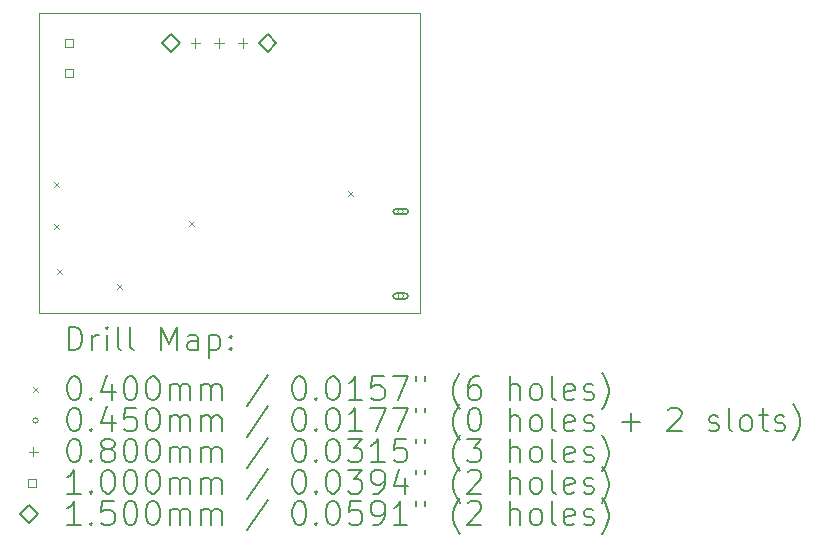
<source format=gbr>
%TF.GenerationSoftware,KiCad,Pcbnew,(6.0.10)*%
%TF.CreationDate,2023-02-04T18:20:22-05:00*%
%TF.ProjectId,lipo_charger,6c69706f-5f63-4686-9172-6765722e6b69,rev?*%
%TF.SameCoordinates,Original*%
%TF.FileFunction,Drillmap*%
%TF.FilePolarity,Positive*%
%FSLAX45Y45*%
G04 Gerber Fmt 4.5, Leading zero omitted, Abs format (unit mm)*
G04 Created by KiCad (PCBNEW (6.0.10)) date 2023-02-04 18:20:22*
%MOMM*%
%LPD*%
G01*
G04 APERTURE LIST*
%ADD10C,0.100000*%
%ADD11C,0.200000*%
%ADD12C,0.040000*%
%ADD13C,0.045000*%
%ADD14C,0.080000*%
%ADD15C,0.150000*%
G04 APERTURE END LIST*
D10*
X16510000Y-10160000D02*
X16510000Y-12700000D01*
X13284200Y-12700000D02*
X15494000Y-12700000D01*
X16510000Y-12700000D02*
X15494000Y-12700000D01*
X15240000Y-10160000D02*
X13284200Y-10160000D01*
X16510000Y-10160000D02*
X15240000Y-10160000D01*
X13284200Y-10160000D02*
X13284200Y-12700000D01*
D11*
D12*
X13416600Y-11587800D02*
X13456600Y-11627800D01*
X13456600Y-11587800D02*
X13416600Y-11627800D01*
X13416600Y-11943400D02*
X13456600Y-11983400D01*
X13456600Y-11943400D02*
X13416600Y-11983400D01*
X13442000Y-12324400D02*
X13482000Y-12364400D01*
X13482000Y-12324400D02*
X13442000Y-12364400D01*
X13950000Y-12451400D02*
X13990000Y-12491400D01*
X13990000Y-12451400D02*
X13950000Y-12491400D01*
X14559600Y-11918000D02*
X14599600Y-11958000D01*
X14599600Y-11918000D02*
X14559600Y-11958000D01*
X15905800Y-11664000D02*
X15945800Y-11704000D01*
X15945800Y-11664000D02*
X15905800Y-11704000D01*
D13*
X16370500Y-11840500D02*
G75*
G03*
X16370500Y-11840500I-22500J0D01*
G01*
D11*
X16308000Y-11863000D02*
X16388000Y-11863000D01*
X16308000Y-11818000D02*
X16388000Y-11818000D01*
X16388000Y-11863000D02*
G75*
G03*
X16388000Y-11818000I0J22500D01*
G01*
X16308000Y-11818000D02*
G75*
G03*
X16308000Y-11863000I0J-22500D01*
G01*
D13*
X16370500Y-12555500D02*
G75*
G03*
X16370500Y-12555500I-22500J0D01*
G01*
D11*
X16388000Y-12533000D02*
X16308000Y-12533000D01*
X16388000Y-12578000D02*
X16308000Y-12578000D01*
X16308000Y-12533000D02*
G75*
G03*
X16308000Y-12578000I0J-22500D01*
G01*
X16388000Y-12578000D02*
G75*
G03*
X16388000Y-12533000I0J22500D01*
G01*
D14*
X14611400Y-10374000D02*
X14611400Y-10454000D01*
X14571400Y-10414000D02*
X14651400Y-10414000D01*
X14811400Y-10374000D02*
X14811400Y-10454000D01*
X14771400Y-10414000D02*
X14851400Y-10414000D01*
X15011400Y-10374000D02*
X15011400Y-10454000D01*
X14971400Y-10414000D02*
X15051400Y-10414000D01*
D10*
X13573556Y-10449356D02*
X13573556Y-10378644D01*
X13502844Y-10378644D01*
X13502844Y-10449356D01*
X13573556Y-10449356D01*
X13573556Y-10703356D02*
X13573556Y-10632644D01*
X13502844Y-10632644D01*
X13502844Y-10703356D01*
X13573556Y-10703356D01*
D15*
X14401400Y-10489000D02*
X14476400Y-10414000D01*
X14401400Y-10339000D01*
X14326400Y-10414000D01*
X14401400Y-10489000D01*
X15221400Y-10489000D02*
X15296400Y-10414000D01*
X15221400Y-10339000D01*
X15146400Y-10414000D01*
X15221400Y-10489000D01*
D11*
X13536819Y-13015476D02*
X13536819Y-12815476D01*
X13584438Y-12815476D01*
X13613009Y-12825000D01*
X13632057Y-12844048D01*
X13641581Y-12863095D01*
X13651105Y-12901190D01*
X13651105Y-12929762D01*
X13641581Y-12967857D01*
X13632057Y-12986905D01*
X13613009Y-13005952D01*
X13584438Y-13015476D01*
X13536819Y-13015476D01*
X13736819Y-13015476D02*
X13736819Y-12882143D01*
X13736819Y-12920238D02*
X13746343Y-12901190D01*
X13755867Y-12891667D01*
X13774914Y-12882143D01*
X13793962Y-12882143D01*
X13860628Y-13015476D02*
X13860628Y-12882143D01*
X13860628Y-12815476D02*
X13851105Y-12825000D01*
X13860628Y-12834524D01*
X13870152Y-12825000D01*
X13860628Y-12815476D01*
X13860628Y-12834524D01*
X13984438Y-13015476D02*
X13965390Y-13005952D01*
X13955867Y-12986905D01*
X13955867Y-12815476D01*
X14089200Y-13015476D02*
X14070152Y-13005952D01*
X14060628Y-12986905D01*
X14060628Y-12815476D01*
X14317771Y-13015476D02*
X14317771Y-12815476D01*
X14384438Y-12958333D01*
X14451105Y-12815476D01*
X14451105Y-13015476D01*
X14632057Y-13015476D02*
X14632057Y-12910714D01*
X14622533Y-12891667D01*
X14603486Y-12882143D01*
X14565390Y-12882143D01*
X14546343Y-12891667D01*
X14632057Y-13005952D02*
X14613009Y-13015476D01*
X14565390Y-13015476D01*
X14546343Y-13005952D01*
X14536819Y-12986905D01*
X14536819Y-12967857D01*
X14546343Y-12948809D01*
X14565390Y-12939286D01*
X14613009Y-12939286D01*
X14632057Y-12929762D01*
X14727295Y-12882143D02*
X14727295Y-13082143D01*
X14727295Y-12891667D02*
X14746343Y-12882143D01*
X14784438Y-12882143D01*
X14803486Y-12891667D01*
X14813009Y-12901190D01*
X14822533Y-12920238D01*
X14822533Y-12977381D01*
X14813009Y-12996428D01*
X14803486Y-13005952D01*
X14784438Y-13015476D01*
X14746343Y-13015476D01*
X14727295Y-13005952D01*
X14908248Y-12996428D02*
X14917771Y-13005952D01*
X14908248Y-13015476D01*
X14898724Y-13005952D01*
X14908248Y-12996428D01*
X14908248Y-13015476D01*
X14908248Y-12891667D02*
X14917771Y-12901190D01*
X14908248Y-12910714D01*
X14898724Y-12901190D01*
X14908248Y-12891667D01*
X14908248Y-12910714D01*
D12*
X13239200Y-13325000D02*
X13279200Y-13365000D01*
X13279200Y-13325000D02*
X13239200Y-13365000D01*
D11*
X13574914Y-13235476D02*
X13593962Y-13235476D01*
X13613009Y-13245000D01*
X13622533Y-13254524D01*
X13632057Y-13273571D01*
X13641581Y-13311667D01*
X13641581Y-13359286D01*
X13632057Y-13397381D01*
X13622533Y-13416428D01*
X13613009Y-13425952D01*
X13593962Y-13435476D01*
X13574914Y-13435476D01*
X13555867Y-13425952D01*
X13546343Y-13416428D01*
X13536819Y-13397381D01*
X13527295Y-13359286D01*
X13527295Y-13311667D01*
X13536819Y-13273571D01*
X13546343Y-13254524D01*
X13555867Y-13245000D01*
X13574914Y-13235476D01*
X13727295Y-13416428D02*
X13736819Y-13425952D01*
X13727295Y-13435476D01*
X13717771Y-13425952D01*
X13727295Y-13416428D01*
X13727295Y-13435476D01*
X13908248Y-13302143D02*
X13908248Y-13435476D01*
X13860628Y-13225952D02*
X13813009Y-13368809D01*
X13936819Y-13368809D01*
X14051105Y-13235476D02*
X14070152Y-13235476D01*
X14089200Y-13245000D01*
X14098724Y-13254524D01*
X14108248Y-13273571D01*
X14117771Y-13311667D01*
X14117771Y-13359286D01*
X14108248Y-13397381D01*
X14098724Y-13416428D01*
X14089200Y-13425952D01*
X14070152Y-13435476D01*
X14051105Y-13435476D01*
X14032057Y-13425952D01*
X14022533Y-13416428D01*
X14013009Y-13397381D01*
X14003486Y-13359286D01*
X14003486Y-13311667D01*
X14013009Y-13273571D01*
X14022533Y-13254524D01*
X14032057Y-13245000D01*
X14051105Y-13235476D01*
X14241581Y-13235476D02*
X14260628Y-13235476D01*
X14279676Y-13245000D01*
X14289200Y-13254524D01*
X14298724Y-13273571D01*
X14308248Y-13311667D01*
X14308248Y-13359286D01*
X14298724Y-13397381D01*
X14289200Y-13416428D01*
X14279676Y-13425952D01*
X14260628Y-13435476D01*
X14241581Y-13435476D01*
X14222533Y-13425952D01*
X14213009Y-13416428D01*
X14203486Y-13397381D01*
X14193962Y-13359286D01*
X14193962Y-13311667D01*
X14203486Y-13273571D01*
X14213009Y-13254524D01*
X14222533Y-13245000D01*
X14241581Y-13235476D01*
X14393962Y-13435476D02*
X14393962Y-13302143D01*
X14393962Y-13321190D02*
X14403486Y-13311667D01*
X14422533Y-13302143D01*
X14451105Y-13302143D01*
X14470152Y-13311667D01*
X14479676Y-13330714D01*
X14479676Y-13435476D01*
X14479676Y-13330714D02*
X14489200Y-13311667D01*
X14508248Y-13302143D01*
X14536819Y-13302143D01*
X14555867Y-13311667D01*
X14565390Y-13330714D01*
X14565390Y-13435476D01*
X14660628Y-13435476D02*
X14660628Y-13302143D01*
X14660628Y-13321190D02*
X14670152Y-13311667D01*
X14689200Y-13302143D01*
X14717771Y-13302143D01*
X14736819Y-13311667D01*
X14746343Y-13330714D01*
X14746343Y-13435476D01*
X14746343Y-13330714D02*
X14755867Y-13311667D01*
X14774914Y-13302143D01*
X14803486Y-13302143D01*
X14822533Y-13311667D01*
X14832057Y-13330714D01*
X14832057Y-13435476D01*
X15222533Y-13225952D02*
X15051105Y-13483095D01*
X15479676Y-13235476D02*
X15498724Y-13235476D01*
X15517771Y-13245000D01*
X15527295Y-13254524D01*
X15536819Y-13273571D01*
X15546343Y-13311667D01*
X15546343Y-13359286D01*
X15536819Y-13397381D01*
X15527295Y-13416428D01*
X15517771Y-13425952D01*
X15498724Y-13435476D01*
X15479676Y-13435476D01*
X15460628Y-13425952D01*
X15451105Y-13416428D01*
X15441581Y-13397381D01*
X15432057Y-13359286D01*
X15432057Y-13311667D01*
X15441581Y-13273571D01*
X15451105Y-13254524D01*
X15460628Y-13245000D01*
X15479676Y-13235476D01*
X15632057Y-13416428D02*
X15641581Y-13425952D01*
X15632057Y-13435476D01*
X15622533Y-13425952D01*
X15632057Y-13416428D01*
X15632057Y-13435476D01*
X15765390Y-13235476D02*
X15784438Y-13235476D01*
X15803486Y-13245000D01*
X15813009Y-13254524D01*
X15822533Y-13273571D01*
X15832057Y-13311667D01*
X15832057Y-13359286D01*
X15822533Y-13397381D01*
X15813009Y-13416428D01*
X15803486Y-13425952D01*
X15784438Y-13435476D01*
X15765390Y-13435476D01*
X15746343Y-13425952D01*
X15736819Y-13416428D01*
X15727295Y-13397381D01*
X15717771Y-13359286D01*
X15717771Y-13311667D01*
X15727295Y-13273571D01*
X15736819Y-13254524D01*
X15746343Y-13245000D01*
X15765390Y-13235476D01*
X16022533Y-13435476D02*
X15908248Y-13435476D01*
X15965390Y-13435476D02*
X15965390Y-13235476D01*
X15946343Y-13264048D01*
X15927295Y-13283095D01*
X15908248Y-13292619D01*
X16203486Y-13235476D02*
X16108248Y-13235476D01*
X16098724Y-13330714D01*
X16108248Y-13321190D01*
X16127295Y-13311667D01*
X16174914Y-13311667D01*
X16193962Y-13321190D01*
X16203486Y-13330714D01*
X16213009Y-13349762D01*
X16213009Y-13397381D01*
X16203486Y-13416428D01*
X16193962Y-13425952D01*
X16174914Y-13435476D01*
X16127295Y-13435476D01*
X16108248Y-13425952D01*
X16098724Y-13416428D01*
X16279676Y-13235476D02*
X16413009Y-13235476D01*
X16327295Y-13435476D01*
X16479676Y-13235476D02*
X16479676Y-13273571D01*
X16555867Y-13235476D02*
X16555867Y-13273571D01*
X16851105Y-13511667D02*
X16841581Y-13502143D01*
X16822533Y-13473571D01*
X16813010Y-13454524D01*
X16803486Y-13425952D01*
X16793962Y-13378333D01*
X16793962Y-13340238D01*
X16803486Y-13292619D01*
X16813010Y-13264048D01*
X16822533Y-13245000D01*
X16841581Y-13216428D01*
X16851105Y-13206905D01*
X17013010Y-13235476D02*
X16974914Y-13235476D01*
X16955867Y-13245000D01*
X16946343Y-13254524D01*
X16927295Y-13283095D01*
X16917771Y-13321190D01*
X16917771Y-13397381D01*
X16927295Y-13416428D01*
X16936819Y-13425952D01*
X16955867Y-13435476D01*
X16993962Y-13435476D01*
X17013010Y-13425952D01*
X17022533Y-13416428D01*
X17032057Y-13397381D01*
X17032057Y-13349762D01*
X17022533Y-13330714D01*
X17013010Y-13321190D01*
X16993962Y-13311667D01*
X16955867Y-13311667D01*
X16936819Y-13321190D01*
X16927295Y-13330714D01*
X16917771Y-13349762D01*
X17270152Y-13435476D02*
X17270152Y-13235476D01*
X17355867Y-13435476D02*
X17355867Y-13330714D01*
X17346343Y-13311667D01*
X17327295Y-13302143D01*
X17298724Y-13302143D01*
X17279676Y-13311667D01*
X17270152Y-13321190D01*
X17479676Y-13435476D02*
X17460629Y-13425952D01*
X17451105Y-13416428D01*
X17441581Y-13397381D01*
X17441581Y-13340238D01*
X17451105Y-13321190D01*
X17460629Y-13311667D01*
X17479676Y-13302143D01*
X17508248Y-13302143D01*
X17527295Y-13311667D01*
X17536819Y-13321190D01*
X17546343Y-13340238D01*
X17546343Y-13397381D01*
X17536819Y-13416428D01*
X17527295Y-13425952D01*
X17508248Y-13435476D01*
X17479676Y-13435476D01*
X17660629Y-13435476D02*
X17641581Y-13425952D01*
X17632057Y-13406905D01*
X17632057Y-13235476D01*
X17813010Y-13425952D02*
X17793962Y-13435476D01*
X17755867Y-13435476D01*
X17736819Y-13425952D01*
X17727295Y-13406905D01*
X17727295Y-13330714D01*
X17736819Y-13311667D01*
X17755867Y-13302143D01*
X17793962Y-13302143D01*
X17813010Y-13311667D01*
X17822533Y-13330714D01*
X17822533Y-13349762D01*
X17727295Y-13368809D01*
X17898724Y-13425952D02*
X17917771Y-13435476D01*
X17955867Y-13435476D01*
X17974914Y-13425952D01*
X17984438Y-13406905D01*
X17984438Y-13397381D01*
X17974914Y-13378333D01*
X17955867Y-13368809D01*
X17927295Y-13368809D01*
X17908248Y-13359286D01*
X17898724Y-13340238D01*
X17898724Y-13330714D01*
X17908248Y-13311667D01*
X17927295Y-13302143D01*
X17955867Y-13302143D01*
X17974914Y-13311667D01*
X18051105Y-13511667D02*
X18060629Y-13502143D01*
X18079676Y-13473571D01*
X18089200Y-13454524D01*
X18098724Y-13425952D01*
X18108248Y-13378333D01*
X18108248Y-13340238D01*
X18098724Y-13292619D01*
X18089200Y-13264048D01*
X18079676Y-13245000D01*
X18060629Y-13216428D01*
X18051105Y-13206905D01*
D13*
X13279200Y-13609000D02*
G75*
G03*
X13279200Y-13609000I-22500J0D01*
G01*
D11*
X13574914Y-13499476D02*
X13593962Y-13499476D01*
X13613009Y-13509000D01*
X13622533Y-13518524D01*
X13632057Y-13537571D01*
X13641581Y-13575667D01*
X13641581Y-13623286D01*
X13632057Y-13661381D01*
X13622533Y-13680428D01*
X13613009Y-13689952D01*
X13593962Y-13699476D01*
X13574914Y-13699476D01*
X13555867Y-13689952D01*
X13546343Y-13680428D01*
X13536819Y-13661381D01*
X13527295Y-13623286D01*
X13527295Y-13575667D01*
X13536819Y-13537571D01*
X13546343Y-13518524D01*
X13555867Y-13509000D01*
X13574914Y-13499476D01*
X13727295Y-13680428D02*
X13736819Y-13689952D01*
X13727295Y-13699476D01*
X13717771Y-13689952D01*
X13727295Y-13680428D01*
X13727295Y-13699476D01*
X13908248Y-13566143D02*
X13908248Y-13699476D01*
X13860628Y-13489952D02*
X13813009Y-13632809D01*
X13936819Y-13632809D01*
X14108248Y-13499476D02*
X14013009Y-13499476D01*
X14003486Y-13594714D01*
X14013009Y-13585190D01*
X14032057Y-13575667D01*
X14079676Y-13575667D01*
X14098724Y-13585190D01*
X14108248Y-13594714D01*
X14117771Y-13613762D01*
X14117771Y-13661381D01*
X14108248Y-13680428D01*
X14098724Y-13689952D01*
X14079676Y-13699476D01*
X14032057Y-13699476D01*
X14013009Y-13689952D01*
X14003486Y-13680428D01*
X14241581Y-13499476D02*
X14260628Y-13499476D01*
X14279676Y-13509000D01*
X14289200Y-13518524D01*
X14298724Y-13537571D01*
X14308248Y-13575667D01*
X14308248Y-13623286D01*
X14298724Y-13661381D01*
X14289200Y-13680428D01*
X14279676Y-13689952D01*
X14260628Y-13699476D01*
X14241581Y-13699476D01*
X14222533Y-13689952D01*
X14213009Y-13680428D01*
X14203486Y-13661381D01*
X14193962Y-13623286D01*
X14193962Y-13575667D01*
X14203486Y-13537571D01*
X14213009Y-13518524D01*
X14222533Y-13509000D01*
X14241581Y-13499476D01*
X14393962Y-13699476D02*
X14393962Y-13566143D01*
X14393962Y-13585190D02*
X14403486Y-13575667D01*
X14422533Y-13566143D01*
X14451105Y-13566143D01*
X14470152Y-13575667D01*
X14479676Y-13594714D01*
X14479676Y-13699476D01*
X14479676Y-13594714D02*
X14489200Y-13575667D01*
X14508248Y-13566143D01*
X14536819Y-13566143D01*
X14555867Y-13575667D01*
X14565390Y-13594714D01*
X14565390Y-13699476D01*
X14660628Y-13699476D02*
X14660628Y-13566143D01*
X14660628Y-13585190D02*
X14670152Y-13575667D01*
X14689200Y-13566143D01*
X14717771Y-13566143D01*
X14736819Y-13575667D01*
X14746343Y-13594714D01*
X14746343Y-13699476D01*
X14746343Y-13594714D02*
X14755867Y-13575667D01*
X14774914Y-13566143D01*
X14803486Y-13566143D01*
X14822533Y-13575667D01*
X14832057Y-13594714D01*
X14832057Y-13699476D01*
X15222533Y-13489952D02*
X15051105Y-13747095D01*
X15479676Y-13499476D02*
X15498724Y-13499476D01*
X15517771Y-13509000D01*
X15527295Y-13518524D01*
X15536819Y-13537571D01*
X15546343Y-13575667D01*
X15546343Y-13623286D01*
X15536819Y-13661381D01*
X15527295Y-13680428D01*
X15517771Y-13689952D01*
X15498724Y-13699476D01*
X15479676Y-13699476D01*
X15460628Y-13689952D01*
X15451105Y-13680428D01*
X15441581Y-13661381D01*
X15432057Y-13623286D01*
X15432057Y-13575667D01*
X15441581Y-13537571D01*
X15451105Y-13518524D01*
X15460628Y-13509000D01*
X15479676Y-13499476D01*
X15632057Y-13680428D02*
X15641581Y-13689952D01*
X15632057Y-13699476D01*
X15622533Y-13689952D01*
X15632057Y-13680428D01*
X15632057Y-13699476D01*
X15765390Y-13499476D02*
X15784438Y-13499476D01*
X15803486Y-13509000D01*
X15813009Y-13518524D01*
X15822533Y-13537571D01*
X15832057Y-13575667D01*
X15832057Y-13623286D01*
X15822533Y-13661381D01*
X15813009Y-13680428D01*
X15803486Y-13689952D01*
X15784438Y-13699476D01*
X15765390Y-13699476D01*
X15746343Y-13689952D01*
X15736819Y-13680428D01*
X15727295Y-13661381D01*
X15717771Y-13623286D01*
X15717771Y-13575667D01*
X15727295Y-13537571D01*
X15736819Y-13518524D01*
X15746343Y-13509000D01*
X15765390Y-13499476D01*
X16022533Y-13699476D02*
X15908248Y-13699476D01*
X15965390Y-13699476D02*
X15965390Y-13499476D01*
X15946343Y-13528048D01*
X15927295Y-13547095D01*
X15908248Y-13556619D01*
X16089200Y-13499476D02*
X16222533Y-13499476D01*
X16136819Y-13699476D01*
X16279676Y-13499476D02*
X16413009Y-13499476D01*
X16327295Y-13699476D01*
X16479676Y-13499476D02*
X16479676Y-13537571D01*
X16555867Y-13499476D02*
X16555867Y-13537571D01*
X16851105Y-13775667D02*
X16841581Y-13766143D01*
X16822533Y-13737571D01*
X16813010Y-13718524D01*
X16803486Y-13689952D01*
X16793962Y-13642333D01*
X16793962Y-13604238D01*
X16803486Y-13556619D01*
X16813010Y-13528048D01*
X16822533Y-13509000D01*
X16841581Y-13480428D01*
X16851105Y-13470905D01*
X16965390Y-13499476D02*
X16984438Y-13499476D01*
X17003486Y-13509000D01*
X17013010Y-13518524D01*
X17022533Y-13537571D01*
X17032057Y-13575667D01*
X17032057Y-13623286D01*
X17022533Y-13661381D01*
X17013010Y-13680428D01*
X17003486Y-13689952D01*
X16984438Y-13699476D01*
X16965390Y-13699476D01*
X16946343Y-13689952D01*
X16936819Y-13680428D01*
X16927295Y-13661381D01*
X16917771Y-13623286D01*
X16917771Y-13575667D01*
X16927295Y-13537571D01*
X16936819Y-13518524D01*
X16946343Y-13509000D01*
X16965390Y-13499476D01*
X17270152Y-13699476D02*
X17270152Y-13499476D01*
X17355867Y-13699476D02*
X17355867Y-13594714D01*
X17346343Y-13575667D01*
X17327295Y-13566143D01*
X17298724Y-13566143D01*
X17279676Y-13575667D01*
X17270152Y-13585190D01*
X17479676Y-13699476D02*
X17460629Y-13689952D01*
X17451105Y-13680428D01*
X17441581Y-13661381D01*
X17441581Y-13604238D01*
X17451105Y-13585190D01*
X17460629Y-13575667D01*
X17479676Y-13566143D01*
X17508248Y-13566143D01*
X17527295Y-13575667D01*
X17536819Y-13585190D01*
X17546343Y-13604238D01*
X17546343Y-13661381D01*
X17536819Y-13680428D01*
X17527295Y-13689952D01*
X17508248Y-13699476D01*
X17479676Y-13699476D01*
X17660629Y-13699476D02*
X17641581Y-13689952D01*
X17632057Y-13670905D01*
X17632057Y-13499476D01*
X17813010Y-13689952D02*
X17793962Y-13699476D01*
X17755867Y-13699476D01*
X17736819Y-13689952D01*
X17727295Y-13670905D01*
X17727295Y-13594714D01*
X17736819Y-13575667D01*
X17755867Y-13566143D01*
X17793962Y-13566143D01*
X17813010Y-13575667D01*
X17822533Y-13594714D01*
X17822533Y-13613762D01*
X17727295Y-13632809D01*
X17898724Y-13689952D02*
X17917771Y-13699476D01*
X17955867Y-13699476D01*
X17974914Y-13689952D01*
X17984438Y-13670905D01*
X17984438Y-13661381D01*
X17974914Y-13642333D01*
X17955867Y-13632809D01*
X17927295Y-13632809D01*
X17908248Y-13623286D01*
X17898724Y-13604238D01*
X17898724Y-13594714D01*
X17908248Y-13575667D01*
X17927295Y-13566143D01*
X17955867Y-13566143D01*
X17974914Y-13575667D01*
X18222533Y-13623286D02*
X18374914Y-13623286D01*
X18298724Y-13699476D02*
X18298724Y-13547095D01*
X18613010Y-13518524D02*
X18622533Y-13509000D01*
X18641581Y-13499476D01*
X18689200Y-13499476D01*
X18708248Y-13509000D01*
X18717771Y-13518524D01*
X18727295Y-13537571D01*
X18727295Y-13556619D01*
X18717771Y-13585190D01*
X18603486Y-13699476D01*
X18727295Y-13699476D01*
X18955867Y-13689952D02*
X18974914Y-13699476D01*
X19013010Y-13699476D01*
X19032057Y-13689952D01*
X19041581Y-13670905D01*
X19041581Y-13661381D01*
X19032057Y-13642333D01*
X19013010Y-13632809D01*
X18984438Y-13632809D01*
X18965390Y-13623286D01*
X18955867Y-13604238D01*
X18955867Y-13594714D01*
X18965390Y-13575667D01*
X18984438Y-13566143D01*
X19013010Y-13566143D01*
X19032057Y-13575667D01*
X19155867Y-13699476D02*
X19136819Y-13689952D01*
X19127295Y-13670905D01*
X19127295Y-13499476D01*
X19260629Y-13699476D02*
X19241581Y-13689952D01*
X19232057Y-13680428D01*
X19222533Y-13661381D01*
X19222533Y-13604238D01*
X19232057Y-13585190D01*
X19241581Y-13575667D01*
X19260629Y-13566143D01*
X19289200Y-13566143D01*
X19308248Y-13575667D01*
X19317771Y-13585190D01*
X19327295Y-13604238D01*
X19327295Y-13661381D01*
X19317771Y-13680428D01*
X19308248Y-13689952D01*
X19289200Y-13699476D01*
X19260629Y-13699476D01*
X19384438Y-13566143D02*
X19460629Y-13566143D01*
X19413010Y-13499476D02*
X19413010Y-13670905D01*
X19422533Y-13689952D01*
X19441581Y-13699476D01*
X19460629Y-13699476D01*
X19517771Y-13689952D02*
X19536819Y-13699476D01*
X19574914Y-13699476D01*
X19593962Y-13689952D01*
X19603486Y-13670905D01*
X19603486Y-13661381D01*
X19593962Y-13642333D01*
X19574914Y-13632809D01*
X19546343Y-13632809D01*
X19527295Y-13623286D01*
X19517771Y-13604238D01*
X19517771Y-13594714D01*
X19527295Y-13575667D01*
X19546343Y-13566143D01*
X19574914Y-13566143D01*
X19593962Y-13575667D01*
X19670152Y-13775667D02*
X19679676Y-13766143D01*
X19698724Y-13737571D01*
X19708248Y-13718524D01*
X19717771Y-13689952D01*
X19727295Y-13642333D01*
X19727295Y-13604238D01*
X19717771Y-13556619D01*
X19708248Y-13528048D01*
X19698724Y-13509000D01*
X19679676Y-13480428D01*
X19670152Y-13470905D01*
D14*
X13239200Y-13833000D02*
X13239200Y-13913000D01*
X13199200Y-13873000D02*
X13279200Y-13873000D01*
D11*
X13574914Y-13763476D02*
X13593962Y-13763476D01*
X13613009Y-13773000D01*
X13622533Y-13782524D01*
X13632057Y-13801571D01*
X13641581Y-13839667D01*
X13641581Y-13887286D01*
X13632057Y-13925381D01*
X13622533Y-13944428D01*
X13613009Y-13953952D01*
X13593962Y-13963476D01*
X13574914Y-13963476D01*
X13555867Y-13953952D01*
X13546343Y-13944428D01*
X13536819Y-13925381D01*
X13527295Y-13887286D01*
X13527295Y-13839667D01*
X13536819Y-13801571D01*
X13546343Y-13782524D01*
X13555867Y-13773000D01*
X13574914Y-13763476D01*
X13727295Y-13944428D02*
X13736819Y-13953952D01*
X13727295Y-13963476D01*
X13717771Y-13953952D01*
X13727295Y-13944428D01*
X13727295Y-13963476D01*
X13851105Y-13849190D02*
X13832057Y-13839667D01*
X13822533Y-13830143D01*
X13813009Y-13811095D01*
X13813009Y-13801571D01*
X13822533Y-13782524D01*
X13832057Y-13773000D01*
X13851105Y-13763476D01*
X13889200Y-13763476D01*
X13908248Y-13773000D01*
X13917771Y-13782524D01*
X13927295Y-13801571D01*
X13927295Y-13811095D01*
X13917771Y-13830143D01*
X13908248Y-13839667D01*
X13889200Y-13849190D01*
X13851105Y-13849190D01*
X13832057Y-13858714D01*
X13822533Y-13868238D01*
X13813009Y-13887286D01*
X13813009Y-13925381D01*
X13822533Y-13944428D01*
X13832057Y-13953952D01*
X13851105Y-13963476D01*
X13889200Y-13963476D01*
X13908248Y-13953952D01*
X13917771Y-13944428D01*
X13927295Y-13925381D01*
X13927295Y-13887286D01*
X13917771Y-13868238D01*
X13908248Y-13858714D01*
X13889200Y-13849190D01*
X14051105Y-13763476D02*
X14070152Y-13763476D01*
X14089200Y-13773000D01*
X14098724Y-13782524D01*
X14108248Y-13801571D01*
X14117771Y-13839667D01*
X14117771Y-13887286D01*
X14108248Y-13925381D01*
X14098724Y-13944428D01*
X14089200Y-13953952D01*
X14070152Y-13963476D01*
X14051105Y-13963476D01*
X14032057Y-13953952D01*
X14022533Y-13944428D01*
X14013009Y-13925381D01*
X14003486Y-13887286D01*
X14003486Y-13839667D01*
X14013009Y-13801571D01*
X14022533Y-13782524D01*
X14032057Y-13773000D01*
X14051105Y-13763476D01*
X14241581Y-13763476D02*
X14260628Y-13763476D01*
X14279676Y-13773000D01*
X14289200Y-13782524D01*
X14298724Y-13801571D01*
X14308248Y-13839667D01*
X14308248Y-13887286D01*
X14298724Y-13925381D01*
X14289200Y-13944428D01*
X14279676Y-13953952D01*
X14260628Y-13963476D01*
X14241581Y-13963476D01*
X14222533Y-13953952D01*
X14213009Y-13944428D01*
X14203486Y-13925381D01*
X14193962Y-13887286D01*
X14193962Y-13839667D01*
X14203486Y-13801571D01*
X14213009Y-13782524D01*
X14222533Y-13773000D01*
X14241581Y-13763476D01*
X14393962Y-13963476D02*
X14393962Y-13830143D01*
X14393962Y-13849190D02*
X14403486Y-13839667D01*
X14422533Y-13830143D01*
X14451105Y-13830143D01*
X14470152Y-13839667D01*
X14479676Y-13858714D01*
X14479676Y-13963476D01*
X14479676Y-13858714D02*
X14489200Y-13839667D01*
X14508248Y-13830143D01*
X14536819Y-13830143D01*
X14555867Y-13839667D01*
X14565390Y-13858714D01*
X14565390Y-13963476D01*
X14660628Y-13963476D02*
X14660628Y-13830143D01*
X14660628Y-13849190D02*
X14670152Y-13839667D01*
X14689200Y-13830143D01*
X14717771Y-13830143D01*
X14736819Y-13839667D01*
X14746343Y-13858714D01*
X14746343Y-13963476D01*
X14746343Y-13858714D02*
X14755867Y-13839667D01*
X14774914Y-13830143D01*
X14803486Y-13830143D01*
X14822533Y-13839667D01*
X14832057Y-13858714D01*
X14832057Y-13963476D01*
X15222533Y-13753952D02*
X15051105Y-14011095D01*
X15479676Y-13763476D02*
X15498724Y-13763476D01*
X15517771Y-13773000D01*
X15527295Y-13782524D01*
X15536819Y-13801571D01*
X15546343Y-13839667D01*
X15546343Y-13887286D01*
X15536819Y-13925381D01*
X15527295Y-13944428D01*
X15517771Y-13953952D01*
X15498724Y-13963476D01*
X15479676Y-13963476D01*
X15460628Y-13953952D01*
X15451105Y-13944428D01*
X15441581Y-13925381D01*
X15432057Y-13887286D01*
X15432057Y-13839667D01*
X15441581Y-13801571D01*
X15451105Y-13782524D01*
X15460628Y-13773000D01*
X15479676Y-13763476D01*
X15632057Y-13944428D02*
X15641581Y-13953952D01*
X15632057Y-13963476D01*
X15622533Y-13953952D01*
X15632057Y-13944428D01*
X15632057Y-13963476D01*
X15765390Y-13763476D02*
X15784438Y-13763476D01*
X15803486Y-13773000D01*
X15813009Y-13782524D01*
X15822533Y-13801571D01*
X15832057Y-13839667D01*
X15832057Y-13887286D01*
X15822533Y-13925381D01*
X15813009Y-13944428D01*
X15803486Y-13953952D01*
X15784438Y-13963476D01*
X15765390Y-13963476D01*
X15746343Y-13953952D01*
X15736819Y-13944428D01*
X15727295Y-13925381D01*
X15717771Y-13887286D01*
X15717771Y-13839667D01*
X15727295Y-13801571D01*
X15736819Y-13782524D01*
X15746343Y-13773000D01*
X15765390Y-13763476D01*
X15898724Y-13763476D02*
X16022533Y-13763476D01*
X15955867Y-13839667D01*
X15984438Y-13839667D01*
X16003486Y-13849190D01*
X16013009Y-13858714D01*
X16022533Y-13877762D01*
X16022533Y-13925381D01*
X16013009Y-13944428D01*
X16003486Y-13953952D01*
X15984438Y-13963476D01*
X15927295Y-13963476D01*
X15908248Y-13953952D01*
X15898724Y-13944428D01*
X16213009Y-13963476D02*
X16098724Y-13963476D01*
X16155867Y-13963476D02*
X16155867Y-13763476D01*
X16136819Y-13792048D01*
X16117771Y-13811095D01*
X16098724Y-13820619D01*
X16393962Y-13763476D02*
X16298724Y-13763476D01*
X16289200Y-13858714D01*
X16298724Y-13849190D01*
X16317771Y-13839667D01*
X16365390Y-13839667D01*
X16384438Y-13849190D01*
X16393962Y-13858714D01*
X16403486Y-13877762D01*
X16403486Y-13925381D01*
X16393962Y-13944428D01*
X16384438Y-13953952D01*
X16365390Y-13963476D01*
X16317771Y-13963476D01*
X16298724Y-13953952D01*
X16289200Y-13944428D01*
X16479676Y-13763476D02*
X16479676Y-13801571D01*
X16555867Y-13763476D02*
X16555867Y-13801571D01*
X16851105Y-14039667D02*
X16841581Y-14030143D01*
X16822533Y-14001571D01*
X16813010Y-13982524D01*
X16803486Y-13953952D01*
X16793962Y-13906333D01*
X16793962Y-13868238D01*
X16803486Y-13820619D01*
X16813010Y-13792048D01*
X16822533Y-13773000D01*
X16841581Y-13744428D01*
X16851105Y-13734905D01*
X16908248Y-13763476D02*
X17032057Y-13763476D01*
X16965390Y-13839667D01*
X16993962Y-13839667D01*
X17013010Y-13849190D01*
X17022533Y-13858714D01*
X17032057Y-13877762D01*
X17032057Y-13925381D01*
X17022533Y-13944428D01*
X17013010Y-13953952D01*
X16993962Y-13963476D01*
X16936819Y-13963476D01*
X16917771Y-13953952D01*
X16908248Y-13944428D01*
X17270152Y-13963476D02*
X17270152Y-13763476D01*
X17355867Y-13963476D02*
X17355867Y-13858714D01*
X17346343Y-13839667D01*
X17327295Y-13830143D01*
X17298724Y-13830143D01*
X17279676Y-13839667D01*
X17270152Y-13849190D01*
X17479676Y-13963476D02*
X17460629Y-13953952D01*
X17451105Y-13944428D01*
X17441581Y-13925381D01*
X17441581Y-13868238D01*
X17451105Y-13849190D01*
X17460629Y-13839667D01*
X17479676Y-13830143D01*
X17508248Y-13830143D01*
X17527295Y-13839667D01*
X17536819Y-13849190D01*
X17546343Y-13868238D01*
X17546343Y-13925381D01*
X17536819Y-13944428D01*
X17527295Y-13953952D01*
X17508248Y-13963476D01*
X17479676Y-13963476D01*
X17660629Y-13963476D02*
X17641581Y-13953952D01*
X17632057Y-13934905D01*
X17632057Y-13763476D01*
X17813010Y-13953952D02*
X17793962Y-13963476D01*
X17755867Y-13963476D01*
X17736819Y-13953952D01*
X17727295Y-13934905D01*
X17727295Y-13858714D01*
X17736819Y-13839667D01*
X17755867Y-13830143D01*
X17793962Y-13830143D01*
X17813010Y-13839667D01*
X17822533Y-13858714D01*
X17822533Y-13877762D01*
X17727295Y-13896809D01*
X17898724Y-13953952D02*
X17917771Y-13963476D01*
X17955867Y-13963476D01*
X17974914Y-13953952D01*
X17984438Y-13934905D01*
X17984438Y-13925381D01*
X17974914Y-13906333D01*
X17955867Y-13896809D01*
X17927295Y-13896809D01*
X17908248Y-13887286D01*
X17898724Y-13868238D01*
X17898724Y-13858714D01*
X17908248Y-13839667D01*
X17927295Y-13830143D01*
X17955867Y-13830143D01*
X17974914Y-13839667D01*
X18051105Y-14039667D02*
X18060629Y-14030143D01*
X18079676Y-14001571D01*
X18089200Y-13982524D01*
X18098724Y-13953952D01*
X18108248Y-13906333D01*
X18108248Y-13868238D01*
X18098724Y-13820619D01*
X18089200Y-13792048D01*
X18079676Y-13773000D01*
X18060629Y-13744428D01*
X18051105Y-13734905D01*
D10*
X13264556Y-14172356D02*
X13264556Y-14101644D01*
X13193844Y-14101644D01*
X13193844Y-14172356D01*
X13264556Y-14172356D01*
D11*
X13641581Y-14227476D02*
X13527295Y-14227476D01*
X13584438Y-14227476D02*
X13584438Y-14027476D01*
X13565390Y-14056048D01*
X13546343Y-14075095D01*
X13527295Y-14084619D01*
X13727295Y-14208428D02*
X13736819Y-14217952D01*
X13727295Y-14227476D01*
X13717771Y-14217952D01*
X13727295Y-14208428D01*
X13727295Y-14227476D01*
X13860628Y-14027476D02*
X13879676Y-14027476D01*
X13898724Y-14037000D01*
X13908248Y-14046524D01*
X13917771Y-14065571D01*
X13927295Y-14103667D01*
X13927295Y-14151286D01*
X13917771Y-14189381D01*
X13908248Y-14208428D01*
X13898724Y-14217952D01*
X13879676Y-14227476D01*
X13860628Y-14227476D01*
X13841581Y-14217952D01*
X13832057Y-14208428D01*
X13822533Y-14189381D01*
X13813009Y-14151286D01*
X13813009Y-14103667D01*
X13822533Y-14065571D01*
X13832057Y-14046524D01*
X13841581Y-14037000D01*
X13860628Y-14027476D01*
X14051105Y-14027476D02*
X14070152Y-14027476D01*
X14089200Y-14037000D01*
X14098724Y-14046524D01*
X14108248Y-14065571D01*
X14117771Y-14103667D01*
X14117771Y-14151286D01*
X14108248Y-14189381D01*
X14098724Y-14208428D01*
X14089200Y-14217952D01*
X14070152Y-14227476D01*
X14051105Y-14227476D01*
X14032057Y-14217952D01*
X14022533Y-14208428D01*
X14013009Y-14189381D01*
X14003486Y-14151286D01*
X14003486Y-14103667D01*
X14013009Y-14065571D01*
X14022533Y-14046524D01*
X14032057Y-14037000D01*
X14051105Y-14027476D01*
X14241581Y-14027476D02*
X14260628Y-14027476D01*
X14279676Y-14037000D01*
X14289200Y-14046524D01*
X14298724Y-14065571D01*
X14308248Y-14103667D01*
X14308248Y-14151286D01*
X14298724Y-14189381D01*
X14289200Y-14208428D01*
X14279676Y-14217952D01*
X14260628Y-14227476D01*
X14241581Y-14227476D01*
X14222533Y-14217952D01*
X14213009Y-14208428D01*
X14203486Y-14189381D01*
X14193962Y-14151286D01*
X14193962Y-14103667D01*
X14203486Y-14065571D01*
X14213009Y-14046524D01*
X14222533Y-14037000D01*
X14241581Y-14027476D01*
X14393962Y-14227476D02*
X14393962Y-14094143D01*
X14393962Y-14113190D02*
X14403486Y-14103667D01*
X14422533Y-14094143D01*
X14451105Y-14094143D01*
X14470152Y-14103667D01*
X14479676Y-14122714D01*
X14479676Y-14227476D01*
X14479676Y-14122714D02*
X14489200Y-14103667D01*
X14508248Y-14094143D01*
X14536819Y-14094143D01*
X14555867Y-14103667D01*
X14565390Y-14122714D01*
X14565390Y-14227476D01*
X14660628Y-14227476D02*
X14660628Y-14094143D01*
X14660628Y-14113190D02*
X14670152Y-14103667D01*
X14689200Y-14094143D01*
X14717771Y-14094143D01*
X14736819Y-14103667D01*
X14746343Y-14122714D01*
X14746343Y-14227476D01*
X14746343Y-14122714D02*
X14755867Y-14103667D01*
X14774914Y-14094143D01*
X14803486Y-14094143D01*
X14822533Y-14103667D01*
X14832057Y-14122714D01*
X14832057Y-14227476D01*
X15222533Y-14017952D02*
X15051105Y-14275095D01*
X15479676Y-14027476D02*
X15498724Y-14027476D01*
X15517771Y-14037000D01*
X15527295Y-14046524D01*
X15536819Y-14065571D01*
X15546343Y-14103667D01*
X15546343Y-14151286D01*
X15536819Y-14189381D01*
X15527295Y-14208428D01*
X15517771Y-14217952D01*
X15498724Y-14227476D01*
X15479676Y-14227476D01*
X15460628Y-14217952D01*
X15451105Y-14208428D01*
X15441581Y-14189381D01*
X15432057Y-14151286D01*
X15432057Y-14103667D01*
X15441581Y-14065571D01*
X15451105Y-14046524D01*
X15460628Y-14037000D01*
X15479676Y-14027476D01*
X15632057Y-14208428D02*
X15641581Y-14217952D01*
X15632057Y-14227476D01*
X15622533Y-14217952D01*
X15632057Y-14208428D01*
X15632057Y-14227476D01*
X15765390Y-14027476D02*
X15784438Y-14027476D01*
X15803486Y-14037000D01*
X15813009Y-14046524D01*
X15822533Y-14065571D01*
X15832057Y-14103667D01*
X15832057Y-14151286D01*
X15822533Y-14189381D01*
X15813009Y-14208428D01*
X15803486Y-14217952D01*
X15784438Y-14227476D01*
X15765390Y-14227476D01*
X15746343Y-14217952D01*
X15736819Y-14208428D01*
X15727295Y-14189381D01*
X15717771Y-14151286D01*
X15717771Y-14103667D01*
X15727295Y-14065571D01*
X15736819Y-14046524D01*
X15746343Y-14037000D01*
X15765390Y-14027476D01*
X15898724Y-14027476D02*
X16022533Y-14027476D01*
X15955867Y-14103667D01*
X15984438Y-14103667D01*
X16003486Y-14113190D01*
X16013009Y-14122714D01*
X16022533Y-14141762D01*
X16022533Y-14189381D01*
X16013009Y-14208428D01*
X16003486Y-14217952D01*
X15984438Y-14227476D01*
X15927295Y-14227476D01*
X15908248Y-14217952D01*
X15898724Y-14208428D01*
X16117771Y-14227476D02*
X16155867Y-14227476D01*
X16174914Y-14217952D01*
X16184438Y-14208428D01*
X16203486Y-14179857D01*
X16213009Y-14141762D01*
X16213009Y-14065571D01*
X16203486Y-14046524D01*
X16193962Y-14037000D01*
X16174914Y-14027476D01*
X16136819Y-14027476D01*
X16117771Y-14037000D01*
X16108248Y-14046524D01*
X16098724Y-14065571D01*
X16098724Y-14113190D01*
X16108248Y-14132238D01*
X16117771Y-14141762D01*
X16136819Y-14151286D01*
X16174914Y-14151286D01*
X16193962Y-14141762D01*
X16203486Y-14132238D01*
X16213009Y-14113190D01*
X16384438Y-14094143D02*
X16384438Y-14227476D01*
X16336819Y-14017952D02*
X16289200Y-14160809D01*
X16413009Y-14160809D01*
X16479676Y-14027476D02*
X16479676Y-14065571D01*
X16555867Y-14027476D02*
X16555867Y-14065571D01*
X16851105Y-14303667D02*
X16841581Y-14294143D01*
X16822533Y-14265571D01*
X16813010Y-14246524D01*
X16803486Y-14217952D01*
X16793962Y-14170333D01*
X16793962Y-14132238D01*
X16803486Y-14084619D01*
X16813010Y-14056048D01*
X16822533Y-14037000D01*
X16841581Y-14008428D01*
X16851105Y-13998905D01*
X16917771Y-14046524D02*
X16927295Y-14037000D01*
X16946343Y-14027476D01*
X16993962Y-14027476D01*
X17013010Y-14037000D01*
X17022533Y-14046524D01*
X17032057Y-14065571D01*
X17032057Y-14084619D01*
X17022533Y-14113190D01*
X16908248Y-14227476D01*
X17032057Y-14227476D01*
X17270152Y-14227476D02*
X17270152Y-14027476D01*
X17355867Y-14227476D02*
X17355867Y-14122714D01*
X17346343Y-14103667D01*
X17327295Y-14094143D01*
X17298724Y-14094143D01*
X17279676Y-14103667D01*
X17270152Y-14113190D01*
X17479676Y-14227476D02*
X17460629Y-14217952D01*
X17451105Y-14208428D01*
X17441581Y-14189381D01*
X17441581Y-14132238D01*
X17451105Y-14113190D01*
X17460629Y-14103667D01*
X17479676Y-14094143D01*
X17508248Y-14094143D01*
X17527295Y-14103667D01*
X17536819Y-14113190D01*
X17546343Y-14132238D01*
X17546343Y-14189381D01*
X17536819Y-14208428D01*
X17527295Y-14217952D01*
X17508248Y-14227476D01*
X17479676Y-14227476D01*
X17660629Y-14227476D02*
X17641581Y-14217952D01*
X17632057Y-14198905D01*
X17632057Y-14027476D01*
X17813010Y-14217952D02*
X17793962Y-14227476D01*
X17755867Y-14227476D01*
X17736819Y-14217952D01*
X17727295Y-14198905D01*
X17727295Y-14122714D01*
X17736819Y-14103667D01*
X17755867Y-14094143D01*
X17793962Y-14094143D01*
X17813010Y-14103667D01*
X17822533Y-14122714D01*
X17822533Y-14141762D01*
X17727295Y-14160809D01*
X17898724Y-14217952D02*
X17917771Y-14227476D01*
X17955867Y-14227476D01*
X17974914Y-14217952D01*
X17984438Y-14198905D01*
X17984438Y-14189381D01*
X17974914Y-14170333D01*
X17955867Y-14160809D01*
X17927295Y-14160809D01*
X17908248Y-14151286D01*
X17898724Y-14132238D01*
X17898724Y-14122714D01*
X17908248Y-14103667D01*
X17927295Y-14094143D01*
X17955867Y-14094143D01*
X17974914Y-14103667D01*
X18051105Y-14303667D02*
X18060629Y-14294143D01*
X18079676Y-14265571D01*
X18089200Y-14246524D01*
X18098724Y-14217952D01*
X18108248Y-14170333D01*
X18108248Y-14132238D01*
X18098724Y-14084619D01*
X18089200Y-14056048D01*
X18079676Y-14037000D01*
X18060629Y-14008428D01*
X18051105Y-13998905D01*
D15*
X13204200Y-14476000D02*
X13279200Y-14401000D01*
X13204200Y-14326000D01*
X13129200Y-14401000D01*
X13204200Y-14476000D01*
D11*
X13641581Y-14491476D02*
X13527295Y-14491476D01*
X13584438Y-14491476D02*
X13584438Y-14291476D01*
X13565390Y-14320048D01*
X13546343Y-14339095D01*
X13527295Y-14348619D01*
X13727295Y-14472428D02*
X13736819Y-14481952D01*
X13727295Y-14491476D01*
X13717771Y-14481952D01*
X13727295Y-14472428D01*
X13727295Y-14491476D01*
X13917771Y-14291476D02*
X13822533Y-14291476D01*
X13813009Y-14386714D01*
X13822533Y-14377190D01*
X13841581Y-14367667D01*
X13889200Y-14367667D01*
X13908248Y-14377190D01*
X13917771Y-14386714D01*
X13927295Y-14405762D01*
X13927295Y-14453381D01*
X13917771Y-14472428D01*
X13908248Y-14481952D01*
X13889200Y-14491476D01*
X13841581Y-14491476D01*
X13822533Y-14481952D01*
X13813009Y-14472428D01*
X14051105Y-14291476D02*
X14070152Y-14291476D01*
X14089200Y-14301000D01*
X14098724Y-14310524D01*
X14108248Y-14329571D01*
X14117771Y-14367667D01*
X14117771Y-14415286D01*
X14108248Y-14453381D01*
X14098724Y-14472428D01*
X14089200Y-14481952D01*
X14070152Y-14491476D01*
X14051105Y-14491476D01*
X14032057Y-14481952D01*
X14022533Y-14472428D01*
X14013009Y-14453381D01*
X14003486Y-14415286D01*
X14003486Y-14367667D01*
X14013009Y-14329571D01*
X14022533Y-14310524D01*
X14032057Y-14301000D01*
X14051105Y-14291476D01*
X14241581Y-14291476D02*
X14260628Y-14291476D01*
X14279676Y-14301000D01*
X14289200Y-14310524D01*
X14298724Y-14329571D01*
X14308248Y-14367667D01*
X14308248Y-14415286D01*
X14298724Y-14453381D01*
X14289200Y-14472428D01*
X14279676Y-14481952D01*
X14260628Y-14491476D01*
X14241581Y-14491476D01*
X14222533Y-14481952D01*
X14213009Y-14472428D01*
X14203486Y-14453381D01*
X14193962Y-14415286D01*
X14193962Y-14367667D01*
X14203486Y-14329571D01*
X14213009Y-14310524D01*
X14222533Y-14301000D01*
X14241581Y-14291476D01*
X14393962Y-14491476D02*
X14393962Y-14358143D01*
X14393962Y-14377190D02*
X14403486Y-14367667D01*
X14422533Y-14358143D01*
X14451105Y-14358143D01*
X14470152Y-14367667D01*
X14479676Y-14386714D01*
X14479676Y-14491476D01*
X14479676Y-14386714D02*
X14489200Y-14367667D01*
X14508248Y-14358143D01*
X14536819Y-14358143D01*
X14555867Y-14367667D01*
X14565390Y-14386714D01*
X14565390Y-14491476D01*
X14660628Y-14491476D02*
X14660628Y-14358143D01*
X14660628Y-14377190D02*
X14670152Y-14367667D01*
X14689200Y-14358143D01*
X14717771Y-14358143D01*
X14736819Y-14367667D01*
X14746343Y-14386714D01*
X14746343Y-14491476D01*
X14746343Y-14386714D02*
X14755867Y-14367667D01*
X14774914Y-14358143D01*
X14803486Y-14358143D01*
X14822533Y-14367667D01*
X14832057Y-14386714D01*
X14832057Y-14491476D01*
X15222533Y-14281952D02*
X15051105Y-14539095D01*
X15479676Y-14291476D02*
X15498724Y-14291476D01*
X15517771Y-14301000D01*
X15527295Y-14310524D01*
X15536819Y-14329571D01*
X15546343Y-14367667D01*
X15546343Y-14415286D01*
X15536819Y-14453381D01*
X15527295Y-14472428D01*
X15517771Y-14481952D01*
X15498724Y-14491476D01*
X15479676Y-14491476D01*
X15460628Y-14481952D01*
X15451105Y-14472428D01*
X15441581Y-14453381D01*
X15432057Y-14415286D01*
X15432057Y-14367667D01*
X15441581Y-14329571D01*
X15451105Y-14310524D01*
X15460628Y-14301000D01*
X15479676Y-14291476D01*
X15632057Y-14472428D02*
X15641581Y-14481952D01*
X15632057Y-14491476D01*
X15622533Y-14481952D01*
X15632057Y-14472428D01*
X15632057Y-14491476D01*
X15765390Y-14291476D02*
X15784438Y-14291476D01*
X15803486Y-14301000D01*
X15813009Y-14310524D01*
X15822533Y-14329571D01*
X15832057Y-14367667D01*
X15832057Y-14415286D01*
X15822533Y-14453381D01*
X15813009Y-14472428D01*
X15803486Y-14481952D01*
X15784438Y-14491476D01*
X15765390Y-14491476D01*
X15746343Y-14481952D01*
X15736819Y-14472428D01*
X15727295Y-14453381D01*
X15717771Y-14415286D01*
X15717771Y-14367667D01*
X15727295Y-14329571D01*
X15736819Y-14310524D01*
X15746343Y-14301000D01*
X15765390Y-14291476D01*
X16013009Y-14291476D02*
X15917771Y-14291476D01*
X15908248Y-14386714D01*
X15917771Y-14377190D01*
X15936819Y-14367667D01*
X15984438Y-14367667D01*
X16003486Y-14377190D01*
X16013009Y-14386714D01*
X16022533Y-14405762D01*
X16022533Y-14453381D01*
X16013009Y-14472428D01*
X16003486Y-14481952D01*
X15984438Y-14491476D01*
X15936819Y-14491476D01*
X15917771Y-14481952D01*
X15908248Y-14472428D01*
X16117771Y-14491476D02*
X16155867Y-14491476D01*
X16174914Y-14481952D01*
X16184438Y-14472428D01*
X16203486Y-14443857D01*
X16213009Y-14405762D01*
X16213009Y-14329571D01*
X16203486Y-14310524D01*
X16193962Y-14301000D01*
X16174914Y-14291476D01*
X16136819Y-14291476D01*
X16117771Y-14301000D01*
X16108248Y-14310524D01*
X16098724Y-14329571D01*
X16098724Y-14377190D01*
X16108248Y-14396238D01*
X16117771Y-14405762D01*
X16136819Y-14415286D01*
X16174914Y-14415286D01*
X16193962Y-14405762D01*
X16203486Y-14396238D01*
X16213009Y-14377190D01*
X16403486Y-14491476D02*
X16289200Y-14491476D01*
X16346343Y-14491476D02*
X16346343Y-14291476D01*
X16327295Y-14320048D01*
X16308248Y-14339095D01*
X16289200Y-14348619D01*
X16479676Y-14291476D02*
X16479676Y-14329571D01*
X16555867Y-14291476D02*
X16555867Y-14329571D01*
X16851105Y-14567667D02*
X16841581Y-14558143D01*
X16822533Y-14529571D01*
X16813010Y-14510524D01*
X16803486Y-14481952D01*
X16793962Y-14434333D01*
X16793962Y-14396238D01*
X16803486Y-14348619D01*
X16813010Y-14320048D01*
X16822533Y-14301000D01*
X16841581Y-14272428D01*
X16851105Y-14262905D01*
X16917771Y-14310524D02*
X16927295Y-14301000D01*
X16946343Y-14291476D01*
X16993962Y-14291476D01*
X17013010Y-14301000D01*
X17022533Y-14310524D01*
X17032057Y-14329571D01*
X17032057Y-14348619D01*
X17022533Y-14377190D01*
X16908248Y-14491476D01*
X17032057Y-14491476D01*
X17270152Y-14491476D02*
X17270152Y-14291476D01*
X17355867Y-14491476D02*
X17355867Y-14386714D01*
X17346343Y-14367667D01*
X17327295Y-14358143D01*
X17298724Y-14358143D01*
X17279676Y-14367667D01*
X17270152Y-14377190D01*
X17479676Y-14491476D02*
X17460629Y-14481952D01*
X17451105Y-14472428D01*
X17441581Y-14453381D01*
X17441581Y-14396238D01*
X17451105Y-14377190D01*
X17460629Y-14367667D01*
X17479676Y-14358143D01*
X17508248Y-14358143D01*
X17527295Y-14367667D01*
X17536819Y-14377190D01*
X17546343Y-14396238D01*
X17546343Y-14453381D01*
X17536819Y-14472428D01*
X17527295Y-14481952D01*
X17508248Y-14491476D01*
X17479676Y-14491476D01*
X17660629Y-14491476D02*
X17641581Y-14481952D01*
X17632057Y-14462905D01*
X17632057Y-14291476D01*
X17813010Y-14481952D02*
X17793962Y-14491476D01*
X17755867Y-14491476D01*
X17736819Y-14481952D01*
X17727295Y-14462905D01*
X17727295Y-14386714D01*
X17736819Y-14367667D01*
X17755867Y-14358143D01*
X17793962Y-14358143D01*
X17813010Y-14367667D01*
X17822533Y-14386714D01*
X17822533Y-14405762D01*
X17727295Y-14424809D01*
X17898724Y-14481952D02*
X17917771Y-14491476D01*
X17955867Y-14491476D01*
X17974914Y-14481952D01*
X17984438Y-14462905D01*
X17984438Y-14453381D01*
X17974914Y-14434333D01*
X17955867Y-14424809D01*
X17927295Y-14424809D01*
X17908248Y-14415286D01*
X17898724Y-14396238D01*
X17898724Y-14386714D01*
X17908248Y-14367667D01*
X17927295Y-14358143D01*
X17955867Y-14358143D01*
X17974914Y-14367667D01*
X18051105Y-14567667D02*
X18060629Y-14558143D01*
X18079676Y-14529571D01*
X18089200Y-14510524D01*
X18098724Y-14481952D01*
X18108248Y-14434333D01*
X18108248Y-14396238D01*
X18098724Y-14348619D01*
X18089200Y-14320048D01*
X18079676Y-14301000D01*
X18060629Y-14272428D01*
X18051105Y-14262905D01*
M02*

</source>
